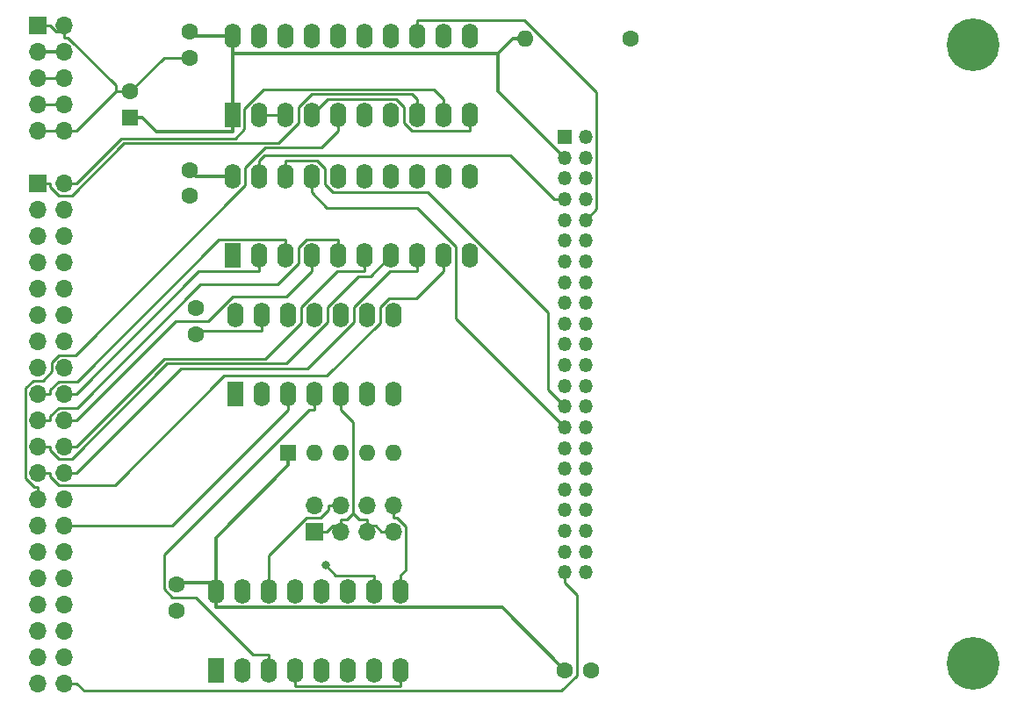
<source format=gbr>
G04 #@! TF.GenerationSoftware,KiCad,Pcbnew,(5.1.4)-1*
G04 #@! TF.CreationDate,2021-06-28T11:39:02+03:00*
G04 #@! TF.ProjectId,FLASHv2,464c4153-4876-4322-9e6b-696361645f70,rev?*
G04 #@! TF.SameCoordinates,Original*
G04 #@! TF.FileFunction,Copper,L1,Top*
G04 #@! TF.FilePolarity,Positive*
%FSLAX46Y46*%
G04 Gerber Fmt 4.6, Leading zero omitted, Abs format (unit mm)*
G04 Created by KiCad (PCBNEW (5.1.4)-1) date 2021-06-28 11:39:02*
%MOMM*%
%LPD*%
G04 APERTURE LIST*
%ADD10R,1.700000X1.700000*%
%ADD11O,1.700000X1.700000*%
%ADD12R,1.600000X1.600000*%
%ADD13C,1.600000*%
%ADD14R,1.350000X1.350000*%
%ADD15O,1.350000X1.350000*%
%ADD16O,1.600000X1.600000*%
%ADD17R,1.600000X2.400000*%
%ADD18O,1.600000X2.400000*%
%ADD19C,5.080000*%
%ADD20C,0.800000*%
%ADD21C,0.375000*%
%ADD22C,0.250000*%
G04 APERTURE END LIST*
D10*
X106045000Y-68580000D03*
D11*
X108585000Y-68580000D03*
X106045000Y-71120000D03*
X108585000Y-71120000D03*
X106045000Y-73660000D03*
X108585000Y-73660000D03*
X106045000Y-76200000D03*
X108585000Y-76200000D03*
X106045000Y-78740000D03*
X108585000Y-78740000D03*
D12*
X114935000Y-77470000D03*
D13*
X114935000Y-74970000D03*
X121285000Y-95885000D03*
X121285000Y-98385000D03*
X119380000Y-122555000D03*
X119380000Y-125055000D03*
X120650000Y-71715000D03*
X120650000Y-69215000D03*
X120650000Y-82550000D03*
X120650000Y-85050000D03*
X159345000Y-130810000D03*
X156845000Y-130810000D03*
D10*
X132715000Y-117475000D03*
D11*
X132715000Y-114935000D03*
X135255000Y-117475000D03*
X135255000Y-114935000D03*
X137795000Y-117475000D03*
X137795000Y-114935000D03*
X140335000Y-117475000D03*
X140335000Y-114935000D03*
D10*
X106045000Y-83820000D03*
D11*
X108585000Y-83820000D03*
X106045000Y-86360000D03*
X108585000Y-86360000D03*
X106045000Y-88900000D03*
X108585000Y-88900000D03*
X106045000Y-91440000D03*
X108585000Y-91440000D03*
X106045000Y-93980000D03*
X108585000Y-93980000D03*
X106045000Y-96520000D03*
X108585000Y-96520000D03*
X106045000Y-99060000D03*
X108585000Y-99060000D03*
X106045000Y-101600000D03*
X108585000Y-101600000D03*
X106045000Y-104140000D03*
X108585000Y-104140000D03*
X106045000Y-106680000D03*
X108585000Y-106680000D03*
X106045000Y-109220000D03*
X108585000Y-109220000D03*
X106045000Y-111760000D03*
X108585000Y-111760000D03*
X106045000Y-114300000D03*
X108585000Y-114300000D03*
X106045000Y-116840000D03*
X108585000Y-116840000D03*
X106045000Y-119380000D03*
X108585000Y-119380000D03*
X106045000Y-121920000D03*
X108585000Y-121920000D03*
X106045000Y-124460000D03*
X108585000Y-124460000D03*
X106045000Y-127000000D03*
X108585000Y-127000000D03*
X106045000Y-129540000D03*
X108585000Y-129540000D03*
X106045000Y-132080000D03*
X108585000Y-132080000D03*
D14*
X156845000Y-79375000D03*
D15*
X158845000Y-79375000D03*
X156845000Y-81375000D03*
X158845000Y-81375000D03*
X156845000Y-83375000D03*
X158845000Y-83375000D03*
X156845000Y-85375000D03*
X158845000Y-85375000D03*
X156845000Y-87375000D03*
X158845000Y-87375000D03*
X156845000Y-89375000D03*
X158845000Y-89375000D03*
X156845000Y-91375000D03*
X158845000Y-91375000D03*
X156845000Y-93375000D03*
X158845000Y-93375000D03*
X156845000Y-95375000D03*
X158845000Y-95375000D03*
X156845000Y-97375000D03*
X158845000Y-97375000D03*
X156845000Y-99375000D03*
X158845000Y-99375000D03*
X156845000Y-101375000D03*
X158845000Y-101375000D03*
X156845000Y-103375000D03*
X158845000Y-103375000D03*
X156845000Y-105375000D03*
X158845000Y-105375000D03*
X156845000Y-107375000D03*
X158845000Y-107375000D03*
X156845000Y-109375000D03*
X158845000Y-109375000D03*
X156845000Y-111375000D03*
X158845000Y-111375000D03*
X156845000Y-113375000D03*
X158845000Y-113375000D03*
X156845000Y-115375000D03*
X158845000Y-115375000D03*
X156845000Y-117375000D03*
X158845000Y-117375000D03*
X156845000Y-119375000D03*
X158845000Y-119375000D03*
X156845000Y-121375000D03*
X158845000Y-121375000D03*
D13*
X163195000Y-69850000D03*
D16*
X153035000Y-69850000D03*
D12*
X130175000Y-109855000D03*
D16*
X132715000Y-109855000D03*
X135255000Y-109855000D03*
X137795000Y-109855000D03*
X140335000Y-109855000D03*
D17*
X125095000Y-104140000D03*
D18*
X140335000Y-96520000D03*
X127635000Y-104140000D03*
X137795000Y-96520000D03*
X130175000Y-104140000D03*
X135255000Y-96520000D03*
X132715000Y-104140000D03*
X132715000Y-96520000D03*
X135255000Y-104140000D03*
X130175000Y-96520000D03*
X137795000Y-104140000D03*
X127635000Y-96520000D03*
X140335000Y-104140000D03*
X125095000Y-96520000D03*
D17*
X123190000Y-130810000D03*
D18*
X140970000Y-123190000D03*
X125730000Y-130810000D03*
X138430000Y-123190000D03*
X128270000Y-130810000D03*
X135890000Y-123190000D03*
X130810000Y-130810000D03*
X133350000Y-123190000D03*
X133350000Y-130810000D03*
X130810000Y-123190000D03*
X135890000Y-130810000D03*
X128270000Y-123190000D03*
X138430000Y-130810000D03*
X125730000Y-123190000D03*
X140970000Y-130810000D03*
X123190000Y-123190000D03*
D17*
X124815000Y-77250000D03*
D18*
X147675000Y-69630000D03*
X127355000Y-77250000D03*
X145135000Y-69630000D03*
X129895000Y-77250000D03*
X142595000Y-69630000D03*
X132435000Y-77250000D03*
X140055000Y-69630000D03*
X134975000Y-77250000D03*
X137515000Y-69630000D03*
X137515000Y-77250000D03*
X134975000Y-69630000D03*
X140055000Y-77250000D03*
X132435000Y-69630000D03*
X142595000Y-77250000D03*
X129895000Y-69630000D03*
X145135000Y-77250000D03*
X127355000Y-69630000D03*
X147675000Y-77250000D03*
X124815000Y-69630000D03*
X124841000Y-83185000D03*
X147701000Y-90805000D03*
X127381000Y-83185000D03*
X145161000Y-90805000D03*
X129921000Y-83185000D03*
X142621000Y-90805000D03*
X132461000Y-83185000D03*
X140081000Y-90805000D03*
X135001000Y-83185000D03*
X137541000Y-90805000D03*
X137541000Y-83185000D03*
X135001000Y-90805000D03*
X140081000Y-83185000D03*
X132461000Y-90805000D03*
X142621000Y-83185000D03*
X129921000Y-90805000D03*
X145161000Y-83185000D03*
X127381000Y-90805000D03*
X147701000Y-83185000D03*
D17*
X124841000Y-90805000D03*
D19*
X196215000Y-70485000D03*
X196215000Y-130175000D03*
D20*
X133774100Y-120710600D03*
D21*
X150396400Y-71300800D02*
X151847200Y-69850000D01*
X124815000Y-71300800D02*
X150396400Y-71300800D01*
X150396400Y-71300800D02*
X150396400Y-74926400D01*
X150396400Y-74926400D02*
X156845000Y-81375000D01*
X124815000Y-71300800D02*
X124815000Y-69630000D01*
X124815000Y-77250000D02*
X124815000Y-71300800D01*
X153035000Y-69850000D02*
X151847200Y-69850000D01*
X124815000Y-77250000D02*
X124815000Y-78837800D01*
X124815000Y-78837800D02*
X117490600Y-78837800D01*
X117490600Y-78837800D02*
X116122800Y-77470000D01*
X114935000Y-77470000D02*
X116122800Y-77470000D01*
X130175000Y-109855000D02*
X130175000Y-111042800D01*
X130175000Y-111042800D02*
X123190000Y-118027800D01*
X123190000Y-118027800D02*
X123190000Y-122396100D01*
X123190000Y-122396100D02*
X119538900Y-122396100D01*
X119538900Y-122396100D02*
X119380000Y-122555000D01*
X123190000Y-123190000D02*
X123190000Y-122396100D01*
X124815000Y-69630000D02*
X121065000Y-69630000D01*
X121065000Y-69630000D02*
X120650000Y-69215000D01*
X123190000Y-123190000D02*
X123190000Y-124777800D01*
X123190000Y-124777800D02*
X150812800Y-124777800D01*
X150812800Y-124777800D02*
X156845000Y-130810000D01*
X108585000Y-71120000D02*
X106045000Y-71120000D01*
X124841000Y-83185000D02*
X121285000Y-83185000D01*
X121285000Y-83185000D02*
X120650000Y-82550000D01*
D22*
X132715000Y-117475000D02*
X133890300Y-117475000D01*
X135255000Y-116905200D02*
X134460100Y-116905200D01*
X134460100Y-116905200D02*
X133890300Y-117475000D01*
X135255000Y-116905200D02*
X135255000Y-116299700D01*
X135255000Y-117475000D02*
X135255000Y-116905200D01*
X140335000Y-117475000D02*
X139159700Y-117475000D01*
X137795000Y-116905200D02*
X138589900Y-116905200D01*
X138589900Y-116905200D02*
X139159700Y-117475000D01*
X137795000Y-116905200D02*
X137795000Y-116299700D01*
X137795000Y-117475000D02*
X137795000Y-116905200D01*
X137795000Y-116299700D02*
X137034200Y-116299700D01*
X137034200Y-116299700D02*
X136430300Y-115695800D01*
X136430300Y-115695800D02*
X136430300Y-106840600D01*
X136430300Y-106840600D02*
X135255000Y-105665300D01*
X136430300Y-115695800D02*
X135826400Y-116299700D01*
X135826400Y-116299700D02*
X135255000Y-116299700D01*
X135255000Y-104140000D02*
X135255000Y-105665300D01*
X147675000Y-77250000D02*
X147675000Y-78775300D01*
X132435000Y-77250000D02*
X133960300Y-75724700D01*
X133960300Y-75724700D02*
X140536400Y-75724700D01*
X140536400Y-75724700D02*
X141325000Y-76513300D01*
X141325000Y-76513300D02*
X141325000Y-77977800D01*
X141325000Y-77977800D02*
X142122500Y-78775300D01*
X142122500Y-78775300D02*
X147675000Y-78775300D01*
X130810000Y-130810000D02*
X130810000Y-132335300D01*
X140970000Y-130810000D02*
X140970000Y-132335300D01*
X140970000Y-132335300D02*
X130810000Y-132335300D01*
X108585000Y-78740000D02*
X109760300Y-78740000D01*
X113530300Y-74970000D02*
X109760300Y-78740000D01*
X114935000Y-74970000D02*
X113530300Y-74970000D01*
X113530300Y-74970000D02*
X113530300Y-74387200D01*
X113530300Y-74387200D02*
X108898400Y-69755300D01*
X108898400Y-69755300D02*
X108585000Y-69755300D01*
X106045000Y-68580000D02*
X107220300Y-68580000D01*
X108585000Y-69167600D02*
X107807900Y-69167600D01*
X107807900Y-69167600D02*
X107220300Y-68580000D01*
X108585000Y-69167600D02*
X108585000Y-69755300D01*
X108585000Y-68580000D02*
X108585000Y-69167600D01*
X108585000Y-78740000D02*
X106045000Y-78740000D01*
X120650000Y-71715000D02*
X118190000Y-71715000D01*
X118190000Y-71715000D02*
X114935000Y-74970000D01*
X127635000Y-96520000D02*
X127635000Y-98045300D01*
X127635000Y-98045300D02*
X121624700Y-98045300D01*
X121624700Y-98045300D02*
X121285000Y-98385000D01*
X129895000Y-77250000D02*
X127355000Y-77250000D01*
X134079700Y-114935000D02*
X134079700Y-115302400D01*
X134079700Y-115302400D02*
X133271800Y-116110300D01*
X133271800Y-116110300D02*
X131909700Y-116110300D01*
X131909700Y-116110300D02*
X128270000Y-119750000D01*
X128270000Y-119750000D02*
X128270000Y-123190000D01*
X135255000Y-114935000D02*
X134079700Y-114935000D01*
X140335000Y-114935000D02*
X140335000Y-116110300D01*
X140970000Y-123190000D02*
X140970000Y-121664700D01*
X140970000Y-121664700D02*
X141510300Y-121124400D01*
X141510300Y-121124400D02*
X141510300Y-116918200D01*
X141510300Y-116918200D02*
X140702400Y-116110300D01*
X140702400Y-116110300D02*
X140335000Y-116110300D01*
X108585000Y-73660000D02*
X106045000Y-73660000D01*
X108585000Y-76200000D02*
X106045000Y-76200000D01*
X106045000Y-83820000D02*
X107220300Y-83820000D01*
X142595000Y-77250000D02*
X142595000Y-75724700D01*
X142595000Y-75724700D02*
X142119200Y-75248900D01*
X142119200Y-75248900D02*
X132419500Y-75248900D01*
X132419500Y-75248900D02*
X131165000Y-76503400D01*
X131165000Y-76503400D02*
X131165000Y-77991800D01*
X131165000Y-77991800D02*
X129218700Y-79938100D01*
X129218700Y-79938100D02*
X114367100Y-79938100D01*
X114367100Y-79938100D02*
X109309900Y-84995300D01*
X109309900Y-84995300D02*
X108028200Y-84995300D01*
X108028200Y-84995300D02*
X107220300Y-84187400D01*
X107220300Y-84187400D02*
X107220300Y-83820000D01*
X108585000Y-83820000D02*
X109760300Y-83820000D01*
X145135000Y-77250000D02*
X145135000Y-75724700D01*
X145135000Y-75724700D02*
X144208800Y-74798500D01*
X144208800Y-74798500D02*
X127814500Y-74798500D01*
X127814500Y-74798500D02*
X125940400Y-76672600D01*
X125940400Y-76672600D02*
X125940400Y-78597500D01*
X125940400Y-78597500D02*
X125050200Y-79487700D01*
X125050200Y-79487700D02*
X114092600Y-79487700D01*
X114092600Y-79487700D02*
X109760300Y-83820000D01*
X138430000Y-121664700D02*
X134728200Y-121664700D01*
X134728200Y-121664700D02*
X133774100Y-120710600D01*
X138430000Y-123190000D02*
X138430000Y-121664700D01*
X106045000Y-104140000D02*
X107220300Y-104140000D01*
X129921000Y-90805000D02*
X129921000Y-89279700D01*
X129921000Y-89279700D02*
X123501000Y-89279700D01*
X123501000Y-89279700D02*
X109816000Y-102964700D01*
X109816000Y-102964700D02*
X108028200Y-102964700D01*
X108028200Y-102964700D02*
X107220300Y-103772600D01*
X107220300Y-103772600D02*
X107220300Y-104140000D01*
X108585000Y-104140000D02*
X109760300Y-104140000D01*
X127381000Y-90805000D02*
X127381000Y-92330300D01*
X127381000Y-92330300D02*
X121570000Y-92330300D01*
X121570000Y-92330300D02*
X109760300Y-104140000D01*
X106045000Y-106680000D02*
X107220300Y-106680000D01*
X135001000Y-90805000D02*
X135001000Y-89279700D01*
X135001000Y-89279700D02*
X131976000Y-89279700D01*
X131976000Y-89279700D02*
X131191000Y-90064700D01*
X131191000Y-90064700D02*
X131191000Y-91536900D01*
X131191000Y-91536900D02*
X129117100Y-93610800D01*
X129117100Y-93610800D02*
X121709900Y-93610800D01*
X121709900Y-93610800D02*
X109816000Y-105504700D01*
X109816000Y-105504700D02*
X108028200Y-105504700D01*
X108028200Y-105504700D02*
X107220300Y-106312600D01*
X107220300Y-106312600D02*
X107220300Y-106680000D01*
X132461000Y-92330300D02*
X129999300Y-94792000D01*
X129999300Y-94792000D02*
X124800900Y-94792000D01*
X124800900Y-94792000D02*
X122457900Y-97135000D01*
X122457900Y-97135000D02*
X119305300Y-97135000D01*
X119305300Y-97135000D02*
X109760300Y-106680000D01*
X108585000Y-106680000D02*
X109760300Y-106680000D01*
X132461000Y-90805000D02*
X132461000Y-92330300D01*
X140081000Y-90805000D02*
X138105300Y-92780700D01*
X138105300Y-92780700D02*
X136958000Y-92780700D01*
X136958000Y-92780700D02*
X133985000Y-95753700D01*
X133985000Y-95753700D02*
X133985000Y-97257000D01*
X133985000Y-97257000D02*
X130030000Y-101212000D01*
X130030000Y-101212000D02*
X118493100Y-101212000D01*
X118493100Y-101212000D02*
X109309800Y-110395300D01*
X109309800Y-110395300D02*
X108028200Y-110395300D01*
X108028200Y-110395300D02*
X107220300Y-109587400D01*
X107220300Y-109587400D02*
X107220300Y-109220000D01*
X106045000Y-109220000D02*
X107220300Y-109220000D01*
X137541000Y-92330300D02*
X134897900Y-92330300D01*
X134897900Y-92330300D02*
X131419800Y-95808400D01*
X131419800Y-95808400D02*
X131419800Y-97266700D01*
X131419800Y-97266700D02*
X127924900Y-100761600D01*
X127924900Y-100761600D02*
X118218600Y-100761600D01*
X118218600Y-100761600D02*
X118218600Y-100761700D01*
X118218600Y-100761700D02*
X109760300Y-109220000D01*
X108585000Y-109220000D02*
X109760300Y-109220000D01*
X137541000Y-90805000D02*
X137541000Y-92330300D01*
X106045000Y-111760000D02*
X107220300Y-111760000D01*
X145161000Y-90805000D02*
X145161000Y-92330300D01*
X145161000Y-92330300D02*
X142519700Y-94971600D01*
X142519700Y-94971600D02*
X139878900Y-94971600D01*
X139878900Y-94971600D02*
X139065000Y-95785500D01*
X139065000Y-95785500D02*
X139065000Y-97269000D01*
X139065000Y-97269000D02*
X133909100Y-102424900D01*
X133909100Y-102424900D02*
X123969600Y-102424900D01*
X123969600Y-102424900D02*
X113459200Y-112935300D01*
X113459200Y-112935300D02*
X108028200Y-112935300D01*
X108028200Y-112935300D02*
X107220300Y-112127400D01*
X107220300Y-112127400D02*
X107220300Y-111760000D01*
X108585000Y-111760000D02*
X109760300Y-111760000D01*
X142621000Y-90805000D02*
X142621000Y-92330300D01*
X142621000Y-92330300D02*
X139944700Y-92330300D01*
X139944700Y-92330300D02*
X136525000Y-95750000D01*
X136525000Y-95750000D02*
X136525000Y-97256400D01*
X136525000Y-97256400D02*
X132064500Y-101716900D01*
X132064500Y-101716900D02*
X119803400Y-101716900D01*
X119803400Y-101716900D02*
X109760300Y-111760000D01*
X106045000Y-114300000D02*
X106045000Y-113124700D01*
X134975000Y-77250000D02*
X134975000Y-78775300D01*
X134975000Y-78775300D02*
X133361800Y-80388500D01*
X133361800Y-80388500D02*
X127984100Y-80388500D01*
X127984100Y-80388500D02*
X126015200Y-82357400D01*
X126015200Y-82357400D02*
X126015200Y-84054600D01*
X126015200Y-84054600D02*
X109645200Y-100424600D01*
X109645200Y-100424600D02*
X108095600Y-100424600D01*
X108095600Y-100424600D02*
X107384800Y-101135400D01*
X107384800Y-101135400D02*
X107384800Y-101995400D01*
X107384800Y-101995400D02*
X106510200Y-102870000D01*
X106510200Y-102870000D02*
X105587300Y-102870000D01*
X105587300Y-102870000D02*
X104869700Y-103587600D01*
X104869700Y-103587600D02*
X104869700Y-112316800D01*
X104869700Y-112316800D02*
X105677600Y-113124700D01*
X105677600Y-113124700D02*
X106045000Y-113124700D01*
X130175000Y-104140000D02*
X130175000Y-105665300D01*
X130175000Y-105665300D02*
X119000300Y-116840000D01*
X119000300Y-116840000D02*
X108585000Y-116840000D01*
X108585000Y-132080000D02*
X109760300Y-132080000D01*
X156845000Y-121375000D02*
X156845000Y-122375300D01*
X156845000Y-122375300D02*
X158009000Y-123539300D01*
X158009000Y-123539300D02*
X158009000Y-131333200D01*
X158009000Y-131333200D02*
X156536500Y-132805700D01*
X156536500Y-132805700D02*
X110486000Y-132805700D01*
X110486000Y-132805700D02*
X109760300Y-132080000D01*
X132461000Y-84710300D02*
X133928800Y-86178100D01*
X133928800Y-86178100D02*
X142574500Y-86178100D01*
X142574500Y-86178100D02*
X146357100Y-89960700D01*
X146357100Y-89960700D02*
X146357100Y-96887100D01*
X146357100Y-96887100D02*
X156845000Y-107375000D01*
X132461000Y-83185000D02*
X132461000Y-84710300D01*
X129921000Y-83185000D02*
X129921000Y-81659700D01*
X129921000Y-81659700D02*
X132989500Y-81659700D01*
X132989500Y-81659700D02*
X133731000Y-82401200D01*
X133731000Y-82401200D02*
X133731000Y-83916700D01*
X133731000Y-83916700D02*
X134524700Y-84710400D01*
X134524700Y-84710400D02*
X143629100Y-84710400D01*
X143629100Y-84710400D02*
X155231200Y-96312500D01*
X155231200Y-96312500D02*
X155231200Y-103761200D01*
X155231200Y-103761200D02*
X156845000Y-105375000D01*
X142595000Y-69630000D02*
X142595000Y-68104700D01*
X142595000Y-68104700D02*
X152952200Y-68104700D01*
X152952200Y-68104700D02*
X159895400Y-75047900D01*
X159895400Y-75047900D02*
X159895400Y-86324600D01*
X159895400Y-86324600D02*
X158845000Y-87375000D01*
X127381000Y-81659700D02*
X127886200Y-81154500D01*
X127886200Y-81154500D02*
X151624200Y-81154500D01*
X151624200Y-81154500D02*
X155844700Y-85375000D01*
X156845000Y-85375000D02*
X155844700Y-85375000D01*
X127381000Y-83185000D02*
X127381000Y-81659700D01*
X132715000Y-104140000D02*
X132715000Y-105665300D01*
X128270000Y-130810000D02*
X128270000Y-129284700D01*
X128270000Y-129284700D02*
X126744700Y-129284700D01*
X126744700Y-129284700D02*
X121265000Y-123805000D01*
X121265000Y-123805000D02*
X119013300Y-123805000D01*
X119013300Y-123805000D02*
X118204900Y-122996600D01*
X118204900Y-122996600D02*
X118204900Y-119698700D01*
X118204900Y-119698700D02*
X132238300Y-105665300D01*
X132238300Y-105665300D02*
X132715000Y-105665300D01*
M02*

</source>
